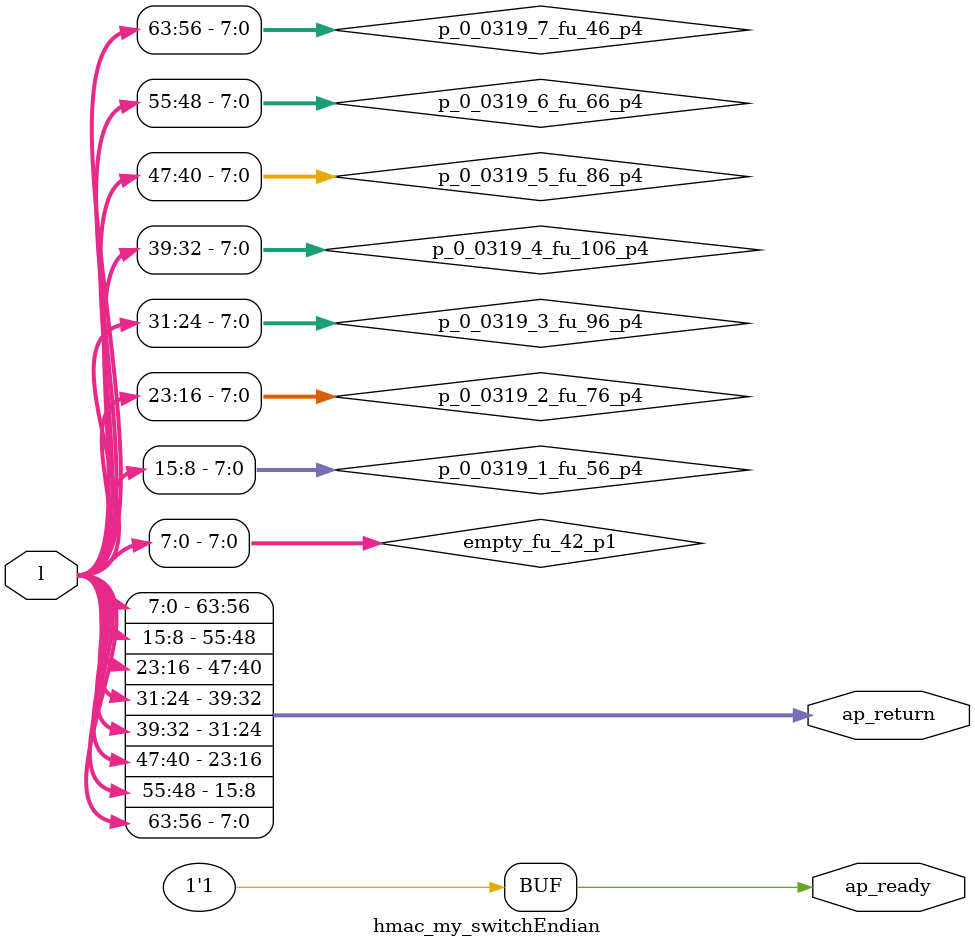
<source format=v>

`timescale 1 ns / 1 ps 

module hmac_my_switchEndian (
        ap_ready,
        l,
        ap_return
);


output   ap_ready;
input  [63:0] l;
output  [63:0] ap_return;

wire   [7:0] empty_fu_42_p1;
wire   [7:0] p_0_0319_1_fu_56_p4;
wire   [7:0] p_0_0319_2_fu_76_p4;
wire   [7:0] p_0_0319_3_fu_96_p4;
wire   [7:0] p_0_0319_4_fu_106_p4;
wire   [7:0] p_0_0319_5_fu_86_p4;
wire   [7:0] p_0_0319_6_fu_66_p4;
wire   [7:0] p_0_0319_7_fu_46_p4;

assign ap_ready = 1'b1;

assign ap_return = {{{{{{{{empty_fu_42_p1}, {p_0_0319_1_fu_56_p4}}, {p_0_0319_2_fu_76_p4}}, {p_0_0319_3_fu_96_p4}}, {p_0_0319_4_fu_106_p4}}, {p_0_0319_5_fu_86_p4}}, {p_0_0319_6_fu_66_p4}}, {p_0_0319_7_fu_46_p4}};

assign empty_fu_42_p1 = l[7:0];

assign p_0_0319_1_fu_56_p4 = {{l[15:8]}};

assign p_0_0319_2_fu_76_p4 = {{l[23:16]}};

assign p_0_0319_3_fu_96_p4 = {{l[31:24]}};

assign p_0_0319_4_fu_106_p4 = {{l[39:32]}};

assign p_0_0319_5_fu_86_p4 = {{l[47:40]}};

assign p_0_0319_6_fu_66_p4 = {{l[55:48]}};

assign p_0_0319_7_fu_46_p4 = {{l[63:56]}};

endmodule //hmac_my_switchEndian

</source>
